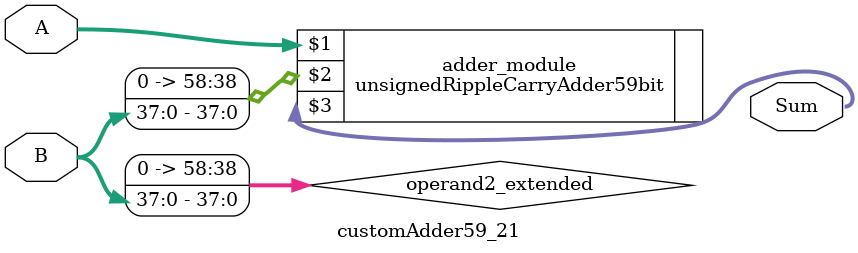
<source format=v>
module customAdder59_21(
                        input [58 : 0] A,
                        input [37 : 0] B,
                        
                        output [59 : 0] Sum
                );

        wire [58 : 0] operand2_extended;
        
        assign operand2_extended =  {21'b0, B};
        
        unsignedRippleCarryAdder59bit adder_module(
            A,
            operand2_extended,
            Sum
        );
        
        endmodule
        
</source>
